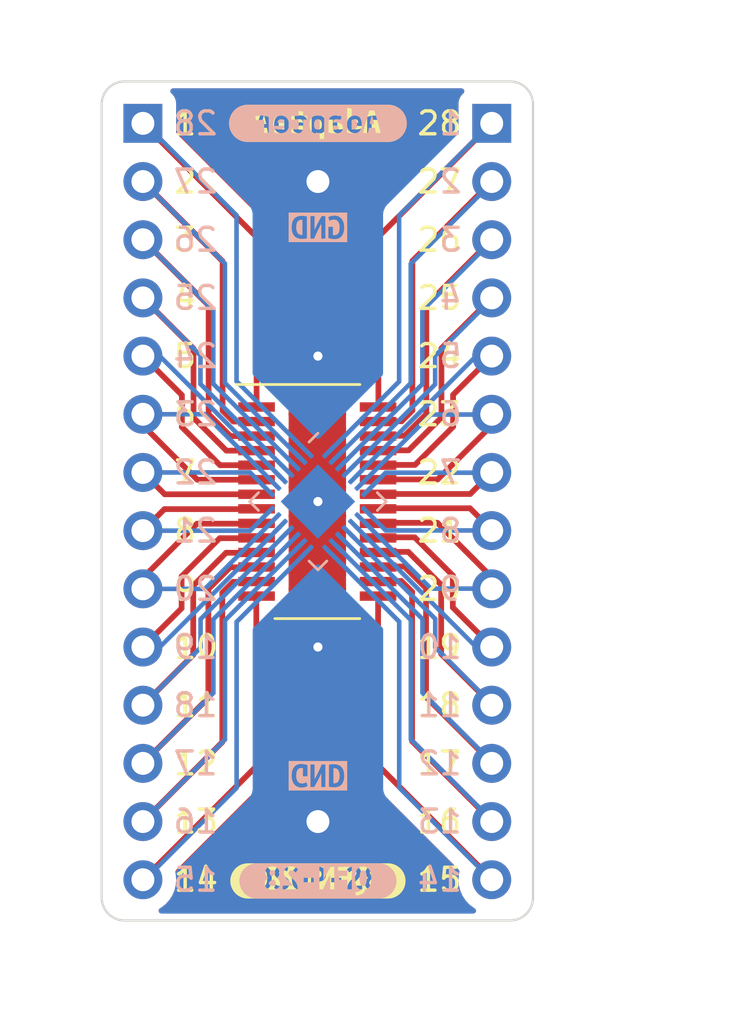
<source format=kicad_pcb>
(kicad_pcb (version 20221018) (generator pcbnew)
  (layers (0 "F.Cu" signal) (31 "B.Cu" signal) (34 "B.Paste" user) (35 "F.Paste" user) (36 "B.SilkS" user "B.Silkscreen") (37 "F.SilkS" user "F.Silkscreen") (38 "B.Mask" user) (39 "F.Mask" user) (44 "Edge.Cuts" user))
  (net 0 "")
  (net 1 "1")
  (net 2 "2")
  (net 3 "3")
  (net 4 "4")
  (net 5 "5")
  (net 6 "6")
  (net 7 "7")
  (net 8 "8")
  (net 9 "9")
  (net 10 "10")
  (net 11 "11")
  (net 12 "12")
  (net 13 "13")
  (net 14 "14")
  (net 15 "15")
  (net 16 "16")
  (net 17 "17")
  (net 18 "18")
  (net 19 "19")
  (net 20 "20")
  (net 21 "21")
  (net 22 "22")
  (net 23 "23")
  (net 24 "24")
  (net 25 "25")
  (net 26 "26")
  (net 27 "27")
  (net 28 "28")
  (net 29 "GND")
  (footprint "Connector_PinSocket_2.54mm:PinSocket_1x01_P2.54mm_Vertical" (layer "F.Cu") (at 142.646 75.0316)
    (fp_text reference "J5" hide)
    (fp_text value "Conn_01x01")
    (pad "1" thru_hole rect (at 0 0) (size 1.7 1.7) (drill 1) (layers "*.Cu" "*.Mask") (net 29 "GND"))
  )
  (footprint "Lib:QSOP-28_3.9x8.7mm_P0.635mm" (layer "F.Cu") (at 142.62 89.0018)
    (fp_text reference "J1" hide)
    (fp_text value "QSOP-28_3.9x8.7mm_P0.635mm")
    (pad "1" smd rect (at -2.6543 -4.1275) (size 1.6 0.41) (layers "F.Cu" "F.Paste" "F.Mask") (net 1 "1"))
    (pad "2" smd rect (at -2.6543 -3.4925) (size 1.6 0.41) (layers "F.Cu" "F.Paste" "F.Mask") (net 2 "2"))
    (pad "3" smd rect (at -2.6543 -2.8575) (size 1.6 0.41) (layers "F.Cu" "F.Paste" "F.Mask") (net 3 "3"))
    (pad "4" smd rect (at -2.6543 -2.2225) (size 1.6 0.41) (layers "F.Cu" "F.Paste" "F.Mask") (net 4 "4"))
    (pad "5" smd rect (at -2.6543 -1.5875) (size 1.6 0.41) (layers "F.Cu" "F.Paste" "F.Mask") (net 5 "5"))
    (pad "6" smd rect (at -2.6543 -0.9525) (size 1.6 0.41) (layers "F.Cu" "F.Paste" "F.Mask") (net 6 "6"))
    (pad "7" smd rect (at -2.6543 -0.3175) (size 1.6 0.41) (layers "F.Cu" "F.Paste" "F.Mask") (net 7 "7"))
    (pad "8" smd rect (at -2.6543 0.3175) (size 1.6 0.41) (layers "F.Cu" "F.Paste" "F.Mask") (net 8 "8"))
    (pad "9" smd rect (at -2.6543 0.9525) (size 1.6 0.41) (layers "F.Cu" "F.Paste" "F.Mask") (net 9 "9"))
    (pad "10" smd rect (at -2.6543 1.5875) (size 1.6 0.41) (layers "F.Cu" "F.Paste" "F.Mask") (net 10 "10"))
    (pad "11" smd rect (at -2.6543 2.2225) (size 1.6 0.41) (layers "F.Cu" "F.Paste" "F.Mask") (net 11 "11"))
    (pad "12" smd rect (at -2.6543 2.8575) (size 1.6 0.41) (layers "F.Cu" "F.Paste" "F.Mask") (net 12 "12"))
    (pad "13" smd rect (at -2.6543 3.4925) (size 1.6 0.41) (layers "F.Cu" "F.Paste" "F.Mask") (net 13 "13"))
    (pad "14" smd rect (at -2.6543 4.1275) (size 1.6 0.41) (layers "F.Cu" "F.Paste" "F.Mask") (net 14 "14"))
    (pad "15" smd rect (at 2.6543 4.1275) (size 1.6 0.41) (layers "F.Cu" "F.Paste" "F.Mask") (net 15 "15"))
    (pad "16" smd rect (at 2.6543 3.4925) (size 1.6 0.41) (layers "F.Cu" "F.Paste" "F.Mask") (net 16 "16"))
    (pad "17" smd rect (at 2.6543 2.8575) (size 1.6 0.41) (layers "F.Cu" "F.Paste" "F.Mask") (net 17 "17"))
    (pad "18" smd rect (at 2.6543 2.2225) (size 1.6 0.41) (layers "F.Cu" "F.Paste" "F.Mask") (net 18 "18"))
    (pad "19" smd rect (at 2.6543 1.5875) (size 1.6 0.41) (layers "F.Cu" "F.Paste" "F.Mask") (net 19 "19"))
    (pad "20" smd rect (at 2.6543 0.9525) (size 1.6 0.41) (layers "F.Cu" "F.Paste" "F.Mask") (net 20 "20"))
    (pad "21" smd rect (at 2.6543 0.3175) (size 1.6 0.41) (layers "F.Cu" "F.Paste" "F.Mask") (net 21 "21"))
    (pad "22" smd rect (at 2.6543 -0.3175) (size 1.6 0.41) (layers "F.Cu" "F.Paste" "F.Mask") (net 22 "22"))
    (pad "23" smd rect (at 2.6543 -0.9525) (size 1.6 0.41) (layers "F.Cu" "F.Paste" "F.Mask") (net 23 "23"))
    (pad "24" smd rect (at 2.6543 -1.5875) (size 1.6 0.41) (layers "F.Cu" "F.Paste" "F.Mask") (net 24 "24"))
    (pad "25" smd rect (at 2.6543 -2.2225) (size 1.6 0.41) (layers "F.Cu" "F.Paste" "F.Mask") (net 25 "25"))
    (pad "26" smd rect (at 2.6543 -2.8575) (size 1.6 0.41) (layers "F.Cu" "F.Paste" "F.Mask") (net 26 "26"))
    (pad "27" smd rect (at 2.6543 -3.4925) (size 1.6 0.41) (layers "F.Cu" "F.Paste" "F.Mask") (net 27 "27"))
    (pad "28" smd rect (at 2.6543 -4.1275) (size 1.6 0.41) (layers "F.Cu" "F.Paste" "F.Mask") (net 28 "28"))
  )
  (footprint "Connector_PinSocket_2.54mm:PinSocket_1x01_P2.54mm_Vertical" (layer "F.Cu") (at 142.646 102.972)
    (fp_text reference "J6" hide)
    (fp_text value "Conn_01x01")
    (pad "1" thru_hole rect (at 0 0) (size 1.7 1.7) (drill 1) (layers "*.Cu" "*.Mask") (net 29 "GND"))
  )
  (footprint "kibuzzard-653FE0F3" (layer "F.Cu") (at 142.6464 105.5624)
    (fp_text reference "kibuzzard-653FE0F3" hide)
    (fp_text value "G***" hide)
  )
  (footprint "kibuzzard-653FE141" (layer "F.Cu") (at 142.6464 72.4916)
    (fp_text reference "kibuzzard-653FE141" hide)
    (fp_text value "G***" hide)
  )
  (footprint "Package_DFN_QFN:QFN-28-1EP_4x4mm_P0.4mm_EP2.3x2.3mm" (layer "B.Cu") (at 142.6464 89.0016 -135)
    (fp_text reference "J4" hide)
    (fp_text value "QFN-28-1EP_4x4mm_P0.4mm_EP2.3x2.3mm")
    (pad "1" smd roundrect (at -1.9375 1.2 225) (size 0.825 0.2) (layers "B.Cu" "B.Paste" "B.Mask") (net 28 "28"))
    (pad "2" smd roundrect (at -1.9375 0.8 225) (size 0.825 0.2) (layers "B.Cu" "B.Paste" "B.Mask") (net 27 "27"))
    (pad "3" smd roundrect (at -1.9375 0.4 225) (size 0.825 0.2) (layers "B.Cu" "B.Paste" "B.Mask") (net 26 "26"))
    (pad "4" smd roundrect (at -1.9375 0 225) (size 0.825 0.2) (layers "B.Cu" "B.Paste" "B.Mask") (net 25 "25"))
    (pad "5" smd roundrect (at -1.9375 -0.4 225) (size 0.825 0.2) (layers "B.Cu" "B.Paste" "B.Mask") (net 24 "24"))
    (pad "6" smd roundrect (at -1.9375 -0.8 225) (size 0.825 0.2) (layers "B.Cu" "B.Paste" "B.Mask") (net 23 "23"))
    (pad "7" smd roundrect (at -1.9375 -1.2 225) (size 0.825 0.2) (layers "B.Cu" "B.Paste" "B.Mask") (net 22 "22"))
    (pad "8" smd roundrect (at -1.2 -1.9375 225) (size 0.2 0.825) (layers "B.Cu" "B.Paste" "B.Mask") (net 21 "21"))
    (pad "9" smd roundrect (at -0.8 -1.9375 225) (size 0.2 0.825) (layers "B.Cu" "B.Paste" "B.Mask") (net 20 "20"))
    (pad "10" smd roundrect (at -0.4 -1.9375 225) (size 0.2 0.825) (layers "B.Cu" "B.Paste" "B.Mask") (net 19 "19"))
    (pad "11" smd roundrect (at 0 -1.9375 225) (size 0.2 0.825) (layers "B.Cu" "B.Paste" "B.Mask") (net 18 "18"))
    (pad "12" smd roundrect (at 0.4 -1.9375 225) (size 0.2 0.825) (layers "B.Cu" "B.Paste" "B.Mask") (net 17 "17"))
    (pad "13" smd roundrect (at 0.8 -1.9375 225) (size 0.2 0.825) (layers "B.Cu" "B.Paste" "B.Mask") (net 16 "16"))
    (pad "14" smd roundrect (at 1.2 -1.9375 225) (size 0.2 0.825) (layers "B.Cu" "B.Paste" "B.Mask") (net 15 "15"))
    (pad "15" smd roundrect (at 1.9375 -1.2 225) (size 0.825 0.2) (layers "B.Cu" "B.Paste" "B.Mask") (net 14 "14"))
    (pad "16" smd roundrect (at 1.9375 -0.8 225) (size 0.825 0.2) (layers "B.Cu" "B.Paste" "B.Mask") (net 13 "13"))
    (pad "17" smd roundrect (at 1.9375 -0.4 225) (size 0.825 0.2) (layers "B.Cu" "B.Paste" "B.Mask") (net 12 "12"))
    (pad "18" smd roundrect (at 1.9375 0 225) (size 0.825 0.2) (layers "B.Cu" "B.Paste" "B.Mask") (net 11 "11"))
    (pad "19" smd roundrect (at 1.9375 0.4 225) (size 0.825 0.2) (layers "B.Cu" "B.Paste" "B.Mask") (net 10 "10"))
    (pad "20" smd roundrect (at 1.9375 0.8 225) (size 0.825 0.2) (layers "B.Cu" "B.Paste" "B.Mask") (net 9 "9"))
    (pad "21" smd roundrect (at 1.9375 1.2 225) (size 0.825 0.2) (layers "B.Cu" "B.Paste" "B.Mask") (net 8 "8"))
    (pad "22" smd roundrect (at 1.2 1.9375 225) (size 0.2 0.825) (layers "B.Cu" "B.Paste" "B.Mask") (net 7 "7"))
    (pad "23" smd roundrect (at 0.8 1.9375 225) (size 0.2 0.825) (layers "B.Cu" "B.Paste" "B.Mask") (net 6 "6"))
    (pad "24" smd roundrect (at 0.4 1.9375 225) (size 0.2 0.825) (layers "B.Cu" "B.Paste" "B.Mask") (net 5 "5"))
    (pad "25" smd roundrect (at 0 1.9375 225) (size 0.2 0.825) (layers "B.Cu" "B.Paste" "B.Mask") (net 4 "4"))
    (pad "26" smd roundrect (at -0.4 1.9375 225) (size 0.2 0.825) (layers "B.Cu" "B.Paste" "B.Mask") (net 3 "3"))
    (pad "27" smd roundrect (at -0.8 1.9375 225) (size 0.2 0.825) (layers "B.Cu" "B.Paste" "B.Mask") (net 2 "2"))
    (pad "28" smd roundrect (at -1.2 1.9375 225) (size 0.2 0.825) (layers "B.Cu" "B.Paste" "B.Mask") (net 1 "1"))
    (pad "29" smd rect (at 0 0 225) (size 2.3 2.3) (layers "B.Cu" "B.Mask") (net 29 "GND"))
  )
  (footprint "kibuzzard-653FE121" (layer "B.Cu") (at 142.6464 105.5624 180)
    (fp_text reference "kibuzzard-653FE121" hide)
    (fp_text value "G***" hide)
  )
  (footprint "Connector_PinHeader_2.54mm:PinHeader_1x14_P2.54mm_Vertical" (layer "B.Cu") (at 135 72.4916 180)
    (fp_text reference "J2" hide)
    (fp_text value "Conn_01x14_Pin")
    (pad "1" thru_hole rect (at 0 0 180) (size 1.7 1.7) (drill 1) (layers "*.Cu" "*.Mask") (net 1 "1"))
    (pad "2" thru_hole oval (at 0 -2.54 180) (size 1.7 1.7) (drill 1) (layers "*.Cu" "*.Mask") (net 2 "2"))
    (pad "3" thru_hole oval (at 0 -5.08 180) (size 1.7 1.7) (drill 1) (layers "*.Cu" "*.Mask") (net 3 "3"))
    (pad "4" thru_hole oval (at 0 -7.62 180) (size 1.7 1.7) (drill 1) (layers "*.Cu" "*.Mask") (net 4 "4"))
    (pad "5" thru_hole oval (at 0 -10.16 180) (size 1.7 1.7) (drill 1) (layers "*.Cu" "*.Mask") (net 5 "5"))
    (pad "6" thru_hole oval (at 0 -12.7 180) (size 1.7 1.7) (drill 1) (layers "*.Cu" "*.Mask") (net 6 "6"))
    (pad "7" thru_hole oval (at 0 -15.24 180) (size 1.7 1.7) (drill 1) (layers "*.Cu" "*.Mask") (net 7 "7"))
    (pad "8" thru_hole oval (at 0 -17.78 180) (size 1.7 1.7) (drill 1) (layers "*.Cu" "*.Mask") (net 8 "8"))
    (pad "9" thru_hole oval (at 0 -20.32 180) (size 1.7 1.7) (drill 1) (layers "*.Cu" "*.Mask") (net 9 "9"))
    (pad "10" thru_hole oval (at 0 -22.86 180) (size 1.7 1.7) (drill 1) (layers "*.Cu" "*.Mask") (net 10 "10"))
    (pad "11" thru_hole oval (at 0 -25.4 180) (size 1.7 1.7) (drill 1) (layers "*.Cu" "*.Mask") (net 11 "11"))
    (pad "12" thru_hole oval (at 0 -27.94 180) (size 1.7 1.7) (drill 1) (layers "*.Cu" "*.Mask") (net 12 "12"))
    (pad "13" thru_hole oval (at 0 -30.48 180) (size 1.7 1.7) (drill 1) (layers "*.Cu" "*.Mask") (net 13 "13"))
    (pad "14" thru_hole oval (at 0 -33.02 180) (size 1.7 1.7) (drill 1) (layers "*.Cu" "*.Mask") (net 14 "14"))
  )
  (footprint "kibuzzard-6550E669" (layer "B.Cu") (at 142.6464 100.972)
    (fp_text reference "kibuzzard-6550E669" hide)
    (fp_text value "G***" hide)
  )
  (footprint "kibuzzard-6550E669" (layer "B.Cu") (at 142.6464 77.0316 180)
    (fp_text reference "kibuzzard-6550E669" hide)
    (fp_text value "G***" hide)
  )
  (footprint "Connector_PinHeader_2.54mm:PinHeader_1x14_P2.54mm_Vertical" (layer "B.Cu") (at 150.24 72.4916 180)
    (fp_text reference "J3" hide)
    (fp_text value "Conn_01x14_Pin")
    (pad "1" thru_hole rect (at 0 0 180) (size 1.7 1.7) (drill 1) (layers "*.Cu" "*.Mask") (net 28 "28"))
    (pad "2" thru_hole oval (at 0 -2.54 180) (size 1.7 1.7) (drill 1) (layers "*.Cu" "*.Mask") (net 27 "27"))
    (pad "3" thru_hole oval (at 0 -5.08 180) (size 1.7 1.7) (drill 1) (layers "*.Cu" "*.Mask") (net 26 "26"))
    (pad "4" thru_hole oval (at 0 -7.62 180) (size 1.7 1.7) (drill 1) (layers "*.Cu" "*.Mask") (net 25 "25"))
    (pad "5" thru_hole oval (at 0 -10.16 180) (size 1.7 1.7) (drill 1) (layers "*.Cu" "*.Mask") (net 24 "24"))
    (pad "6" thru_hole oval (at 0 -12.7 180) (size 1.7 1.7) (drill 1) (layers "*.Cu" "*.Mask") (net 23 "23"))
    (pad "7" thru_hole oval (at 0 -15.24 180) (size 1.7 1.7) (drill 1) (layers "*.Cu" "*.Mask") (net 22 "22"))
    (pad "8" thru_hole oval (at 0 -17.78 180) (size 1.7 1.7) (drill 1) (layers "*.Cu" "*.Mask") (net 21 "21"))
    (pad "9" thru_hole oval (at 0 -20.32 180) (size 1.7 1.7) (drill 1) (layers "*.Cu" "*.Mask") (net 20 "20"))
    (pad "10" thru_hole oval (at 0 -22.86 180) (size 1.7 1.7) (drill 1) (layers "*.Cu" "*.Mask") (net 19 "19"))
    (pad "11" thru_hole oval (at 0 -25.4 180) (size 1.7 1.7) (drill 1) (layers "*.Cu" "*.Mask") (net 18 "18"))
    (pad "12" thru_hole oval (at 0 -27.94 180) (size 1.7 1.7) (drill 1) (layers "*.Cu" "*.Mask") (net 17 "17"))
    (pad "13" thru_hole oval (at 0 -30.48 180) (size 1.7 1.7) (drill 1) (layers "*.Cu" "*.Mask") (net 16 "16"))
    (pad "14" thru_hole oval (at 0 -33.02 180) (size 1.7 1.7) (drill 1) (layers "*.Cu" "*.Mask") (net 15 "15"))
  )
  (footprint "kibuzzard-653FE141" (layer "B.Cu") (at 142.6464 72.4916 180)
    (fp_text reference "kibuzzard-653FE141" hide)
    (fp_text value "G***" hide)
  )
  (gr_arc (start 151.0444 70.6628) (mid 151.751507 70.955693) (end 152.0444 71.6628) (stroke (width 0.1)) (layer "Edge.Cuts"))
  (gr_arc (start 134.1976 107.2896) (mid 133.490493 106.996707) (end 133.1976 106.2896) (stroke (width 0.1)) (layer "Edge.Cuts"))
  (gr_arc (start 152.0444 106.2896) (mid 151.751507 106.996707) (end 151.0444 107.2896) (stroke (width 0.1)) (layer "Edge.Cuts"))
  (gr_line (start 152.0444 71.6628) (end 152.0444 106.2896) (stroke (width 0.1)) (layer "Edge.Cuts"))
  (gr_line (start 133.1976 106.2896) (end 133.1976 71.6628) (stroke (width 0.1)) (layer "Edge.Cuts"))
  (gr_line (start 134.1976 70.6628) (end 151.0444 70.6628) (stroke (width 0.1)) (layer "Edge.Cuts"))
  (gr_line (start 151.0444 107.2896) (end 134.1976 107.2896) (stroke (width 0.1)) (layer "Edge.Cuts"))
  (gr_arc (start 133.1976 71.6628) (mid 133.490493 70.955693) (end 134.1976 70.6628) (stroke (width 0.1)) (layer "Edge.Cuts"))
  (gr_text "23" (at 136.2456 85.1916) (layer "B.SilkS") (effects (font (size 1 1)) (justify right mirror)))
  (gr_text "27" (at 136.2456 75.0316) (layer "B.SilkS") (effects (font (size 1 1)) (justify right mirror)))
  (gr_text "25" (at 136.2456 80.1116) (layer "B.SilkS") (effects (font (size 1 1)) (justify right mirror)))
  (gr_text "20" (at 136.2456 92.8116) (layer "B.SilkS") (effects (font (size 1 1)) (justify right mirror)))
  (gr_text "1" (at 149.017562 72.4916) (layer "B.SilkS") (effects (font (size 1 1)) (justify left mirror)))
  (gr_text "12" (at 149.017562 100.4316) (layer "B.SilkS") (effects (font (size 1 1)) (justify left mirror)))
  (gr_text "2" (at 149.017562 75.0316) (layer "B.SilkS") (effects (font (size 1 1)) (justify left mirror)))
  (gr_text "28" (at 136.2456 72.4916) (layer "B.SilkS") (effects (font (size 1 1)) (justify right mirror)))
  (gr_text "6" (at 149.017562 85.1916) (layer "B.SilkS") (effects (font (size 1 1)) (justify left mirror)))
  (gr_text "14" (at 149.017562 105.5116) (layer "B.SilkS") (effects (font (size 1 1)) (justify left mirror)))
  (gr_text "22" (at 136.2456 87.7316) (layer "B.SilkS") (effects (font (size 1 1)) (justify right mirror)))
  (gr_text "26" (at 136.2456 77.5716) (layer "B.SilkS") (effects (font (size 1 1)) (justify right mirror)))
  (gr_text "5" (at 149.017562 82.6516) (layer "B.SilkS") (effects (font (size 1 1)) (justify left mirror)))
  (gr_text "7" (at 149.017562 87.7316) (layer "B.SilkS") (effects (font (size 1 1)) (justify left mirror)))
  (gr_text "21" (at 136.2456 90.2716) (layer "B.SilkS") (effects (font (size 1 1)) (justify right mirror)))
  (gr_text "17" (at 136.2456 100.4316) (layer "B.SilkS") (effects (font (size 1 1)) (justify right mirror)))
  (gr_text "19" (at 136.2456 95.3516) (layer "B.SilkS") (effects (font (size 1 1)) (justify right mirror)))
  (gr_text "15\n" (at 136.2456 105.5116) (layer "B.SilkS") (effects (font (size 1 1)) (justify right mirror)))
  (gr_text "8" (at 149.017562 90.2716) (layer "B.SilkS") (effects (font (size 1 1)) (justify left mirror)))
  (gr_text "18" (at 136.2456 97.8916) (layer "B.SilkS") (effects (font (size 1 1)) (justify right mirror)))
  (gr_text "11" (at 149.017562 97.8916) (layer "B.SilkS") (effects (font (size 1 1)) (justify left mirror)))
  (gr_text "3" (at 149.017562 77.5716) (layer "B.SilkS") (effects (font (size 1 1)) (justify left mirror)))
  (gr_text "16" (at 136.2456 102.9716) (layer "B.SilkS") (effects (font (size 1 1)) (justify right mirror)))
  (gr_text "24" (at 136.2456 82.6516) (layer "B.SilkS") (effects (font (size 1 1)) (justify right mirror)))
  (gr_text "10" (at 149.017562 95.3516) (layer "B.SilkS") (effects (font (size 1 1)) (justify left mirror)))
  (gr_text "9" (at 149.017562 92.8116) (layer "B.SilkS") (effects (font (size 1 1)) (justify left mirror)))
  (gr_text "13" (at 149.017562 102.9716) (layer "B.SilkS") (effects (font (size 1 1)) (justify left mirror)))
  (gr_text "4" (at 149.017562 80.1116) (layer "B.SilkS") (effects (font (size 1 1)) (justify left mirror)))
  (gr_text "25" (at 149 80.1116) (layer "F.SilkS") (effects (font (size 1 1)) (justify right)))
  (gr_text "15\n" (at 149 105.5116) (layer "F.SilkS") (effects (font (size 1 1)) (justify right)))
  (gr_text "12" (at 136.27 100.4316) (layer "F.SilkS") (effects (font (size 1 1)) (justify left)))
  (gr_text "11" (at 136.27 97.8916) (layer "F.SilkS") (effects (font (size 1 1)) (justify left)))
  (gr_text "18" (at 149 97.8916) (layer "F.SilkS") (effects (font (size 1 1)) (justify right)))
  (gr_text "1" (at 136.27 72.4916) (layer "F.SilkS") (effects (font (size 1 1)) (justify left)))
  (gr_text "8" (at 136.27 90.2716) (layer "F.SilkS") (effects (font (size 1 1)) (justify left)))
  (gr_text "28" (at 149 72.4916) (layer "F.SilkS") (effects (font (size 1 1)) (justify right)))
  (gr_text "4" (at 136.27 80.1116) (layer "F.SilkS") (effects (font (size 1 1)) (justify left)))
  (gr_text "22" (at 149 87.7316) (layer "F.SilkS") (effects (font (size 1 1)) (justify right)))
  (gr_text "10" (at 136.27 95.3516) (layer "F.SilkS") (effects (font (size 1 1)) (justify left)))
  (gr_text "3" (at 136.27 77.5716) (layer "F.SilkS") (effects (font (size 1 1)) (justify left)))
  (gr_text "13" (at 136.27 102.9716) (layer "F.SilkS") (effects (font (size 1 1)) (justify left)))
  (gr_text "19" (at 149 95.3516) (layer "F.SilkS") (effects (font (size 1 1)) (justify right)))
  (gr_text "27" (at 149 75.0316) (layer "F.SilkS") (effects (font (size 1 1)) (justify right)))
  (gr_text "23" (at 149 85.1916) (layer "F.SilkS") (effects (font (size 1 1)) (justify right)))
  (gr_text "20" (at 149 92.8116) (layer "F.SilkS") (effects (font (size 1 1)) (justify right)))
  (gr_text "9" (at 136.27 92.8116) (layer "F.SilkS") (effects (font (size 1 1)) (justify left)))
  (gr_text "2" (at 136.27 75.0316) (layer "F.SilkS") (effects (font (size 1 1)) (justify left)))
  (gr_text "17" (at 149 100.4316) (layer "F.SilkS") (effects (font (size 1 1)) (justify right)))
  (gr_text "26" (at 149 77.5716) (layer "F.SilkS") (effects (font (size 1 1)) (justify right)))
  (gr_text "6" (at 136.27 85.1916) (layer "F.SilkS") (effects (font (size 1 1)) (justify left)))
  (gr_text "14" (at 136.27 105.5116) (layer "F.SilkS") (effects (font (size 1 1)) (justify left)))
  (gr_text "24" (at 149 82.6516) (layer "F.SilkS") (effects (font (size 1 1)) (justify right)))
  (gr_text "16" (at 149 102.9716) (layer "F.SilkS") (effects (font (size 1 1)) (justify right)))
  (gr_text "5" (at 136.27 82.6516) (layer "F.SilkS") (effects (font (size 1 1)) (justify left)))
  (gr_text "21" (at 149 90.2716) (layer "F.SilkS") (effects (font (size 1 1)) (justify right)))
  (gr_text "7" (at 136.27 87.7316) (layer "F.SilkS") (effects (font (size 1 1)) (justify left)))
  (segment (start 135 72.4916) (end 139.9657 77.4573) (width 0.25) (layer "F.Cu") (net 1))
  (segment (start 139.9657 77.4573) (end 139.9657 84.8743) (width 0.25) (layer "F.Cu") (net 1))
  (segment (start 142.124909 86.783052) (end 139.0904 83.748543) (width 0.2) (layer "B.Cu") (net 1))
  (segment (start 139.0904 76.5048) (end 135.0772 72.4916) (width 0.2) (layer "B.Cu") (net 1))
  (segment (start 139.0904 83.748543) (end 139.0904 76.5048) (width 0.2) (layer "B.Cu") (net 1))
  (segment (start 139.9657 85.5093) (end 138.9509 85.5093) (width 0.25) (layer "F.Cu") (net 2))
  (segment (start 138.4808 85.0392) (end 138.4808 78.5124) (width 0.25) (layer "F.Cu") (net 2))
  (segment (start 138.9509 85.5093) (end 138.4808 85.0392) (width 0.25) (layer "F.Cu") (net 2))
  (segment (start 138.4808 78.5124) (end 135 75.0316) (width 0.25) (layer "F.Cu") (net 2))
  (segment (start 141.842066 87.065895) (end 141.828295 87.065895) (width 0.2) (layer "B.Cu") (net 2))
  (segment (start 141.828295 87.065895) (end 138.5824 83.82) (width 0.2) (layer "B.Cu") (net 2))
  (segment (start 138.5824 83.82) (end 138.5824 78.614) (width 0.2) (layer "B.Cu") (net 2))
  (segment (start 138.5824 78.614) (end 135 75.0316) (width 0.2) (layer "B.Cu") (net 2))
  (segment (start 139.9657 86.1443) (end 138.8239 86.1443) (width 0.25) (layer "F.Cu") (net 3))
  (segment (start 137.8712 80.4428) (end 135 77.5716) (width 0.25) (layer "F.Cu") (net 3))
  (segment (start 137.8712 85.1916) (end 137.8712 80.4428) (width 0.25) (layer "F.Cu") (net 3))
  (segment (start 138.8239 86.1443) (end 137.8712 85.1916) (width 0.25) (layer "F.Cu") (net 3))
  (segment (start 138.0744 80.646) (end 135 77.5716) (width 0.2) (layer "B.Cu") (net 3))
  (segment (start 141.559223 87.348738) (end 138.0744 83.863915) (width 0.2) (layer "B.Cu") (net 3))
  (segment (start 138.0744 83.863915) (end 138.0744 80.646) (width 0.2) (layer "B.Cu") (net 3))
  (segment (start 139.9657 86.7793) (end 138.6461 86.7793) (width 0.25) (layer "F.Cu") (net 4))
  (segment (start 137.2108 85.344) (end 137.2108 82.3224) (width 0.25) (layer "F.Cu") (net 4))
  (segment (start 137.2108 82.3224) (end 135 80.1116) (width 0.25) (layer "F.Cu") (net 4))
  (segment (start 138.6461 86.7793) (end 137.2108 85.344) (width 0.25) (layer "F.Cu") (net 4))
  (segment (start 141.276381 87.631581) (end 137.5156 83.8708) (width 0.2) (layer "B.Cu") (net 4))
  (segment (start 137.5156 82.6272) (end 135 80.1116) (width 0.2) (layer "B.Cu") (net 4))
  (segment (start 137.5156 83.8708) (end 137.5156 82.6272) (width 0.2) (layer "B.Cu") (net 4))
  (segment (start 136.7028 85.7504) (end 136.7028 84.3544) (width 0.25) (layer "F.Cu") (net 5))
  (segment (start 138.3667 87.4143) (end 136.7028 85.7504) (width 0.25) (layer "F.Cu") (net 5))
  (segment (start 136.7028 84.3544) (end 135 82.6516) (width 0.25) (layer "F.Cu") (net 5))
  (segment (start 139.9657 87.4143) (end 138.3667 87.4143) (width 0.25) (layer "F.Cu") (net 5))
  (segment (start 140.993538 87.914423) (end 140.993538 87.907538) (width 0.2) (layer "B.Cu") (net 5))
  (segment (start 140.993538 87.907538) (end 135.7376 82.6516) (width 0.2) (layer "B.Cu") (net 5))
  (segment (start 137.3761 88.0493) (end 135 85.6732) (width 0.25) (layer "F.Cu") (net 6))
  (segment (start 139.9657 88.0493) (end 137.3761 88.0493) (width 0.25) (layer "F.Cu") (net 6))
  (segment (start 140.710695 88.197266) (end 137.705029 85.1916) (width 0.2) (layer "B.Cu") (net 6))
  (segment (start 137.705029 85.1916) (end 135 85.1916) (width 0.2) (layer "B.Cu") (net 6))
  (segment (start 139.9657 88.6843) (end 135.9527 88.6843) (width 0.25) (layer "F.Cu") (net 7))
  (segment (start 135.9527 88.6843) (end 135 87.7316) (width 0.25) (layer "F.Cu") (net 7))
  (segment (start 139.679343 87.7316) (end 135 87.7316) (width 0.2) (layer "B.Cu") (net 7))
  (segment (start 140.427852 88.480109) (end 139.679343 87.7316) (width 0.2) (layer "B.Cu") (net 7))
  (segment (start 135.9404 89.3318) (end 134.9877 90.2845) (width 0.25) (layer "F.Cu") (net 8))
  (segment (start 139.9534 89.3318) (end 135.9404 89.3318) (width 0.25) (layer "F.Cu") (net 8))
  (segment (start 139.682973 90.273648) (end 135.00363 90.273648) (width 0.2) (layer "B.Cu") (net 8))
  (segment (start 140.431482 89.525139) (end 139.682973 90.273648) (width 0.2) (layer "B.Cu") (net 8))
  (segment (start 139.9534 89.9668) (end 137.3638 89.9668) (width 0.25) (layer "F.Cu") (net 9))
  (segment (start 137.3638 89.9668) (end 134.9877 92.3429) (width 0.25) (layer "F.Cu") (net 9))
  (segment (start 137.708659 92.813648) (end 135.00363 92.813648) (width 0.2) (layer "B.Cu") (net 9))
  (segment (start 140.714325 89.807982) (end 137.708659 92.813648) (width 0.2) (layer "B.Cu") (net 9))
  (segment (start 136.6905 93.6617) (end 134.9877 95.3645) (width 0.25) (layer "F.Cu") (net 10))
  (segment (start 139.9534 90.6018) (end 138.3544 90.6018) (width 0.25) (layer "F.Cu") (net 10))
  (segment (start 138.3544 90.6018) (end 136.6905 92.2657) (width 0.25) (layer "F.Cu") (net 10))
  (segment (start 136.6905 92.2657) (end 136.6905 93.6617) (width 0.25) (layer "F.Cu") (net 10))
  (segment (start 140.997168 90.090825) (end 140.997168 90.09771) (width 0.2) (layer "B.Cu") (net 10))
  (segment (start 140.997168 90.09771) (end 135.74123 95.353648) (width 0.2) (layer "B.Cu") (net 10))
  (segment (start 139.9534 91.2368) (end 138.6338 91.2368) (width 0.25) (layer "F.Cu") (net 11))
  (segment (start 137.1985 92.6721) (end 137.1985 95.6937) (width 0.25) (layer "F.Cu") (net 11))
  (segment (start 137.1985 95.6937) (end 134.9877 97.9045) (width 0.25) (layer "F.Cu") (net 11))
  (segment (start 138.6338 91.2368) (end 137.1985 92.6721) (width 0.25) (layer "F.Cu") (net 11))
  (segment (start 141.280011 90.373667) (end 137.51923 94.134448) (width 0.2) (layer "B.Cu") (net 11))
  (segment (start 137.51923 94.134448) (end 137.51923 95.378048) (width 0.2) (layer "B.Cu") (net 11))
  (segment (start 137.51923 95.378048) (end 135.00363 97.893648) (width 0.2) (layer "B.Cu") (net 11))
  (segment (start 137.8589 92.8245) (end 137.8589 97.5733) (width 0.25) (layer "F.Cu") (net 12))
  (segment (start 139.9534 91.8718) (end 138.8116 91.8718) (width 0.25) (layer "F.Cu") (net 12))
  (segment (start 137.8589 97.5733) (end 134.9877 100.4445) (width 0.25) (layer "F.Cu") (net 12))
  (segment (start 138.8116 91.8718) (end 137.8589 92.8245) (width 0.25) (layer "F.Cu") (net 12))
  (segment (start 138.07803 97.359248) (end 135.00363 100.433648) (width 0.2) (layer "B.Cu") (net 12))
  (segment (start 141.562853 90.65651) (end 138.07803 94.141333) (width 0.2) (layer "B.Cu") (net 12))
  (segment (start 138.07803 94.141333) (end 138.07803 97.359248) (width 0.2) (layer "B.Cu") (net 12))
  (segment (start 138.4685 92.9769) (end 138.4685 99.5037) (width 0.25) (layer "F.Cu") (net 13))
  (segment (start 139.9534 92.5068) (end 138.9386 92.5068) (width 0.25) (layer "F.Cu") (net 13))
  (segment (start 138.4685 99.5037) (end 134.9877 102.9845) (width 0.25) (layer "F.Cu") (net 13))
  (segment (start 138.9386 92.5068) (end 138.4685 92.9769) (width 0.25) (layer "F.Cu") (net 13))
  (segment (start 141.845696 90.939353) (end 141.831925 90.939353) (width 0.2) (layer "B.Cu") (net 13))
  (segment (start 141.831925 90.939353) (end 138.58603 94.185248) (width 0.2) (layer "B.Cu") (net 13))
  (segment (start 138.58603 94.185248) (end 138.58603 99.391248) (width 0.2) (layer "B.Cu") (net 13))
  (segment (start 138.58603 99.391248) (end 135.00363 102.973648) (width 0.2) (layer "B.Cu") (net 13))
  (segment (start 134.9877 105.5245) (end 139.9534 100.5588) (width 0.25) (layer "F.Cu") (net 14))
  (segment (start 139.9534 100.5588) (end 139.9534 93.1418) (width 0.25) (layer "F.Cu") (net 14))
  (segment (start 139.09403 101.500448) (end 135.08083 105.513648) (width 0.2) (layer "B.Cu") (net 14))
  (segment (start 139.09403 94.256705) (end 139.09403 101.500448) (width 0.2) (layer "B.Cu") (net 14))
  (segment (start 142.128539 91.222196) (end 139.09403 94.256705) (width 0.2) (layer "B.Cu") (net 14))
  (segment (start 150.242 105.4872) (end 145.2763 100.5215) (width 0.25) (layer "F.Cu") (net 15))
  (segment (start 145.2763 100.5215) (end 145.2763 93.1045) (width 0.25) (layer "F.Cu") (net 15))
  (segment (start 143.163195 91.211312) (end 146.197704 94.245821) (width 0.2) (layer "B.Cu") (net 15))
  (segment (start 146.197704 94.245821) (end 146.197704 101.489564) (width 0.2) (layer "B.Cu") (net 15))
  (segment (start 146.197704 101.489564) (end 150.210904 105.502764) (width 0.2) (layer "B.Cu") (net 15))
  (segment (start 145.2763 92.4695) (end 146.2911 92.4695) (width 0.25) (layer "F.Cu") (net 16))
  (segment (start 146.7612 99.4664) (end 150.242 102.9472) (width 0.25) (layer "F.Cu") (net 16))
  (segment (start 146.7612 92.9396) (end 146.7612 99.4664) (width 0.25) (layer "F.Cu") (net 16))
  (segment (start 146.2911 92.4695) (end 146.7612 92.9396) (width 0.25) (layer "F.Cu") (net 16))
  (segment (start 146.705704 94.174364) (end 146.705704 99.380364) (width 0.2) (layer "B.Cu") (net 16))
  (segment (start 146.705704 99.380364) (end 150.288104 102.962764) (width 0.2) (layer "B.Cu") (net 16))
  (segment (start 143.459809 90.928469) (end 146.705704 94.174364) (width 0.2) (layer "B.Cu") (net 16))
  (segment (start 143.446038 90.928469) (end 143.459809 90.928469) (width 0.2) (layer "B.Cu") (net 16))
  (segment (start 145.2763 91.8345) (end 146.4181 91.8345) (width 0.25) (layer "F.Cu") (net 17))
  (segment (start 147.3708 97.536) (end 150.242 100.4072) (width 0.25) (layer "F.Cu") (net 17))
  (segment (start 147.3708 92.7872) (end 147.3708 97.536) (width 0.25) (layer "F.Cu") (net 17))
  (segment (start 146.4181 91.8345) (end 147.3708 92.7872) (width 0.25) (layer "F.Cu") (net 17))
  (segment (start 143.728881 90.645626) (end 147.213704 94.130449) (width 0.2) (layer "B.Cu") (net 17))
  (segment (start 147.213704 97.348364) (end 150.288104 100.422764) (width 0.2) (layer "B.Cu") (net 17))
  (segment (start 147.213704 94.130449) (end 147.213704 97.348364) (width 0.2) (layer "B.Cu") (net 17))
  (segment (start 145.2763 91.1995) (end 146.5959 91.1995) (width 0.25) (layer "F.Cu") (net 18))
  (segment (start 146.5959 91.1995) (end 148.0312 92.6348) (width 0.25) (layer "F.Cu") (net 18))
  (segment (start 148.0312 92.6348) (end 148.0312 95.6564) (width 0.25) (layer "F.Cu") (net 18))
  (segment (start 148.0312 95.6564) (end 150.242 97.8672) (width 0.25) (layer "F.Cu") (net 18))
  (segment (start 147.772504 94.123564) (end 147.772504 95.367164) (width 0.2) (layer "B.Cu") (net 18))
  (segment (start 147.772504 95.367164) (end 150.288104 97.882764) (width 0.2) (layer "B.Cu") (net 18))
  (segment (start 144.011723 90.362783) (end 147.772504 94.123564) (width 0.2) (layer "B.Cu") (net 18))
  (segment (start 146.8753 90.5645) (end 148.5392 92.2284) (width 0.25) (layer "F.Cu") (net 19))
  (segment (start 148.5392 92.2284) (end 148.5392 93.6244) (width 0.25) (layer "F.Cu") (net 19))
  (segment (start 145.2763 90.5645) (end 146.8753 90.5645) (width 0.25) (layer "F.Cu") (net 19))
  (segment (start 148.5392 93.6244) (end 150.242 95.3272) (width 0.25) (layer "F.Cu") (net 19))
  (segment (start 144.294566 90.086826) (end 149.550504 95.342764) (width 0.2) (layer "B.Cu") (net 19))
  (segment (start 145.2763 89.9295) (end 147.8659 89.9295) (width 0.25) (layer "F.Cu") (net 20))
  (segment (start 147.8659 89.9295) (end 150.242 92.3056) (width 0.25) (layer "F.Cu") (net 20))
  (segment (start 147.583075 92.802764) (end 150.288104 92.802764) (width 0.2) (layer "B.Cu") (net 20))
  (segment (start 144.577409 89.797098) (end 147.583075 92.802764) (width 0.2) (layer "B.Cu") (net 20))
  (segment (start 145.2763 89.2945) (end 149.2893 89.2945) (width 0.25) (layer "F.Cu") (net 21))
  (segment (start 149.2893 89.2945) (end 150.242 90.2472) (width 0.25) (layer "F.Cu") (net 21))
  (segment (start 145.608761 90.262764) (end 150.288104 90.262764) (width 0.2) (layer "B.Cu") (net 21))
  (segment (start 144.860252 89.514255) (end 145.608761 90.262764) (width 0.2) (layer "B.Cu") (net 21))
  (segment (start 145.2886 88.6714) (end 149.3016 88.6714) (width 0.25) (layer "F.Cu") (net 22))
  (segment (start 149.3016 88.6714) (end 150.2543 87.7187) (width 0.25) (layer "F.Cu") (net 22))
  (segment (start 145.605131 87.742484) (end 150.284474 87.742484) (width 0.2) (layer "B.Cu") (net 22))
  (segment (start 144.856622 88.490993) (end 145.605131 87.742484) (width 0.2) (layer "B.Cu") (net 22))
  (segment (start 145.2886 88.0364) (end 147.8782 88.0364) (width 0.25) (layer "F.Cu") (net 23))
  (segment (start 147.8782 88.0364) (end 150.2543 85.6603) (width 0.25) (layer "F.Cu") (net 23))
  (segment (start 144.573779 88.20815) (end 147.579445 85.202484) (width 0.2) (layer "B.Cu") (net 23))
  (segment (start 147.579445 85.202484) (end 150.284474 85.202484) (width 0.2) (layer "B.Cu") (net 23))
  (segment (start 148.5515 84.3415) (end 150.2543 82.6387) (width 0.25) (layer "F.Cu") (net 24))
  (segment (start 148.5515 85.7375) (end 148.5515 84.3415) (width 0.25) (layer "F.Cu") (net 24))
  (segment (start 145.2886 87.4014) (end 146.8876 87.4014) (width 0.25) (layer "F.Cu") (net 24))
  (segment (start 146.8876 87.4014) (end 148.5515 85.7375) (width 0.25) (layer "F.Cu") (net 24))
  (segment (start 144.290936 87.918422) (end 149.546874 82.662484) (width 0.2) (layer "B.Cu") (net 24))
  (segment (start 148.0435 82.3095) (end 150.2543 80.0987) (width 0.25) (layer "F.Cu") (net 25))
  (segment (start 148.0435 85.3311) (end 148.0435 82.3095) (width 0.25) (layer "F.Cu") (net 25))
  (segment (start 146.6082 86.7664) (end 148.0435 85.3311) (width 0.25) (layer "F.Cu") (net 25))
  (segment (start 145.2886 86.7664) (end 146.6082 86.7664) (width 0.25) (layer "F.Cu") (net 25))
  (segment (start 147.768874 82.638084) (end 150.284474 80.122484) (width 0.2) (layer "B.Cu") (net 25))
  (segment (start 144.008093 87.642465) (end 147.768874 83.881684) (width 0.2) (layer "B.Cu") (net 25))
  (segment (start 147.768874 83.881684) (end 147.768874 82.638084) (width 0.2) (layer "B.Cu") (net 25))
  (segment (start 147.3831 85.1787) (end 147.3831 80.4299) (width 0.25) (layer "F.Cu") (net 26))
  (segment (start 145.2886 86.1314) (end 146.4304 86.1314) (width 0.25) (layer "F.Cu") (net 26))
  (segment (start 146.4304 86.1314) (end 147.3831 85.1787) (width 0.25) (layer "F.Cu") (net 26))
  (segment (start 147.3831 80.4299) (end 150.2543 77.5587) (width 0.25) (layer "F.Cu") (net 26))
  (segment (start 147.210074 80.656884) (end 150.284474 77.582484) (width 0.2) (layer "B.Cu") (net 26))
  (segment (start 143.725251 87.359622) (end 147.210074 83.874799) (width 0.2) (layer "B.Cu") (net 26))
  (segment (start 147.210074 83.874799) (end 147.210074 80.656884) (width 0.2) (layer "B.Cu") (net 26))
  (segment (start 146.3034 85.4964) (end 146.7735 85.0263) (width 0.25) (layer "F.Cu") (net 27))
  (segment (start 146.7735 78.4995) (end 150.2543 75.0187) (width 0.25) (layer "F.Cu") (net 27))
  (segment (start 146.7735 85.0263) (end 146.7735 78.4995) (width 0.25) (layer "F.Cu") (net 27))
  (segment (start 145.2886 85.4964) (end 146.3034 85.4964) (width 0.25) (layer "F.Cu") (net 27))
  (segment (start 146.702074 83.830884) (end 146.702074 78.624884) (width 0.2) (layer "B.Cu") (net 27))
  (segment (start 146.702074 78.624884) (end 150.284474 75.042484) (width 0.2) (layer "B.Cu") (net 27))
  (segment (start 143.456179 87.076779) (end 146.702074 83.830884) (width 0.2) (layer "B.Cu") (net 27))
  (segment (start 145.2886 77.4444) (end 145.2886 84.8614) (width 0.25) (layer "F.Cu") (net 28))
  (segment (start 150.2543 72.4787) (end 145.2886 77.4444) (width 0.25) (layer "F.Cu") (net 28))
  (segment (start 143.159565 86.793936) (end 146.194074 83.759427) (width 0.2) (layer "B.Cu") (net 28))
  (segment (start 146.194074 83.759427) (end 146.194074 76.515684) (width 0.2) (layer "B.Cu") (net 28))
  (segment (start 146.194074 76.515684) (end 150.207274 72.502484) (width 0.2) (layer "B.Cu") (net 28))
  (via (at 142.6464 89.0016) (size 0.8) (drill 0.4) (layers "F.Cu" "B.Cu") (net 29))
  (via (at 142.6464 82.6516) (size 0.8) (drill 0.4) (layers "F.Cu" "B.Cu") (net 29))
  (via (at 142.6464 95.3516) (size 0.8) (drill 0.4) (layers "F.Cu" "B.Cu") (net 29))
  (zone (net 29) (net_name "GND") (layers "F&B.Cu") (connect_pads yes (clearance 0.6)) (min_thickness 0.25) (fill yes (thermal_gap 0.5) (thermal_bridge_width 0.5))
    (polygon (pts (xy 158.8516 78.1304) (xy 159.0548 67.31) (xy 129.794 67.1068) (xy 129.3368 111.8108) (xy 160.9344 111.6584)))
  )
)
</source>
